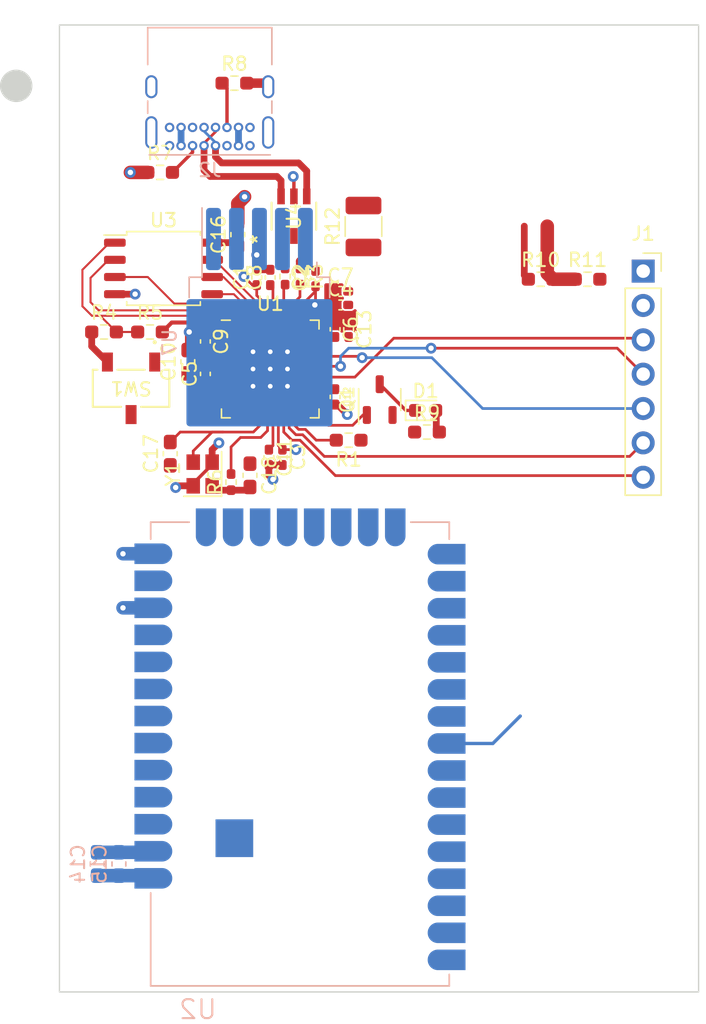
<source format=kicad_pcb>
(kicad_pcb (version 20221018) (generator pcbnew)
  (layers (0 "F.Cu" signal) (1 "In1.Cu" signal) (2 "In2.Cu" signal) (31 "B.Cu" signal) (34 "B.Paste" user) (35 "F.Paste" user) (36 "B.SilkS" user "B.Silkscreen") (37 "F.SilkS" user "F.Silkscreen") (38 "B.Mask" user) (39 "F.Mask" user) (44 "Edge.Cuts" user))
  (net 0 "")
  (net 1 "GND")
  (net 2 "+1V1")
  (net 3 "+3V3")
  (net 4 "/XIN")
  (net 5 "Net-(C18-Pad2)")
  (net 6 "VBUS")
  (net 7 "Net-(D1-K)")
  (net 8 "Net-(D1-A)")
  (net 9 "/XBEE_DTR")
  (net 10 "/XBEE_RTS")
  (net 11 "/XBEE_DIN")
  (net 12 "/XBEE_DOUT")
  (net 13 "/RP_SWD")
  (net 14 "/RP_SWCLK")
  (net 15 "Net-(J2-CC1)")
  (net 16 "Net-(J2-D+-PadA6)")
  (net 17 "Net-(J2-D--PadA7)")
  (net 19 "Net-(J2-CC2)")
  (net 21 "/LED")
  (net 22 "/D+")
  (net 23 "Net-(U1-USB_DP)")
  (net 24 "/D-")
  (net 25 "Net-(U1-USB_DM)")
  (net 26 "Net-(SW1-B)")
  (net 27 "/QSPI_SS")
  (net 28 "/XOUT")
  (net 59 "/QSPI_SD3")
  (net 60 "/QSPI_SCLK")
  (net 61 "/QSPI_SD0")
  (net 62 "/QSPI_SD2")
  (net 63 "/QSPI_SD1")
  (net 79 "Net-(U1-RUN)")
  (net 80 "/XBEE_PRO_RTS")
  (net 81 "/XBEE_PRO_DTR")
  (net 82 "/XBEE_PRO_DIN")
  (net 83 "/XBEE_PRO_DOUT")
  (net 84 "Net-(U7-ADJ)")
  (footprint "Package_TO_SOT_SMD:SOT-23-3" (layer "F.Cu") (at 119.2 97.2 90)
    (fp_text reference "Q1")
    (fp_text value "Q_NMOS_GSD")
  )
  (footprint "Capacitor_SMD:C_0402_1005Metric_Pad0.74x0.62mm_HandSolder" (layer "F.Cu") (at 114.45 88.25 90)
    (fp_text reference "C2")
    (fp_text value "100nF")
  )
  (footprint "Capacitor_SMD:C_0402_1005Metric_Pad0.74x0.62mm_HandSolder" (layer "F.Cu") (at 112 101.4675 -90)
    (fp_text reference "C3")
    (fp_text value "1uF")
  )
  (footprint "BITSv5:CAS-120TB_NDC-M" (layer "F.Cu") (at 100.8 96.3651 180)
    (fp_text reference "SW1")
    (fp_text value "~")
  )
  (footprint "Resistor_SMD:R_0603_1608Metric_Pad0.98x0.95mm_HandSolder" (layer "F.Cu") (at 131.1125 88.3)
    (fp_text reference "R10")
    (fp_text value "166k")
  )
  (footprint "Resistor_SMD:R_0603_1608Metric_Pad0.98x0.95mm_HandSolder" (layer "F.Cu") (at 102.95 80.4)
    (fp_text reference "R7")
    (fp_text value "5.1K")
  )
  (footprint "Connector_PinSocket_2.54mm:PinSocket_1x07_P2.54mm_Vertical" (layer "F.Cu") (at 138.7 87.7)
    (fp_text reference "J1")
    (fp_text value "Conn_01x07")
  )
  (footprint "Capacitor_SMD:C_0402_1005Metric_Pad0.74x0.62mm_HandSolder" (layer "F.Cu") (at 106.3 92.9 -90)
    (fp_text reference "C9")
    (fp_text value "100nF")
  )
  (footprint "Capacitor_SMD:C_0402_1005Metric_Pad0.74x0.62mm_HandSolder" (layer "F.Cu") (at 116.9 92 -90)
    (fp_text reference "C13")
    (fp_text value "100nF")
  )
  (footprint "BITSv5:RP2040-QFN-56" (layer "F.Cu") (at 111.1 94.9375)
    (fp_text reference "U1")
    (fp_text value "MCU_RaspberryPi_RP2040_RP2040")
  )
  (footprint "Resistor_SMD:R_0402_1005Metric_Pad0.72x0.64mm_HandSolder" (layer "F.Cu") (at 113.3 88.1 -90)
    (fp_text reference "R3")
    (fp_text value "27Ω")
  )
  (footprint "Resistor_SMD:R_0603_1608Metric_Pad0.98x0.95mm_HandSolder" (layer "F.Cu") (at 108.45 73.8)
    (fp_text reference "R8")
    (fp_text value "5.1K")
  )
  (footprint "Crystal:Crystal_SMD_2520-4Pin_2.5x2.0mm" (layer "F.Cu") (at 106.1 102.7 90)
    (fp_text reference "Y1")
    (fp_text value "12MHz")
  )
  (footprint "Capacitor_SMD:C_0603_1608Metric_Pad1.08x0.95mm_HandSolder" (layer "F.Cu") (at 103.7 101.2 90)
    (fp_text reference "C17")
    (fp_text value "10pF")
  )
  (footprint "Capacitor_SMD:C_0402_1005Metric_Pad0.74x0.62mm_HandSolder" (layer "F.Cu") (at 111 101.4675 -90)
    (fp_text reference "C11")
    (fp_text value "100nF")
  )
  (footprint "Resistor_SMD:R_1210_3225Metric_Pad1.30x2.65mm_HandSolder" (layer "F.Cu") (at 118 84.4 90)
    (fp_text reference "R12")
    (fp_text value "330")
  )
  (footprint "Resistor_SMD:R_0603_1608Metric_Pad0.98x0.95mm_HandSolder" (layer "F.Cu") (at 102.2 92.2)
    (fp_text reference "R5")
    (fp_text value "10K")
  )
  (footprint "Package_SO:SOIC-8_5.23x5.23mm_P1.27mm" (layer "F.Cu") (at 103.2 87.5)
    (fp_text reference "U3")
    (fp_text value "W25Q128JVS")
  )
  (footprint "BITSv5:SOT23-6L_STM-M" (layer "F.Cu") (at 112.849999 83.637549 90)
    (fp_text reference "U4")
    (fp_text value "USBLC6-2SC6")
  )
  (footprint "Resistor_SMD:R_0603_1608Metric_Pad0.98x0.95mm_HandSolder" (layer "F.Cu") (at 134.58 88.3)
    (fp_text reference "R11")
    (fp_text value "100k")
  )
  (footprint "Capacitor_SMD:C_0402_1005Metric_Pad0.74x0.62mm_HandSolder" (layer "F.Cu") (at 106.3 95.3 90)
    (fp_text reference "C5")
    (fp_text value "100nF")
  )
  (footprint "Resistor_SMD:R_0402_1005Metric_Pad0.72x0.64mm_HandSolder" (layer "F.Cu") (at 112.2 88.1 -90)
    (fp_text reference "R2")
    (fp_text value "27Ω")
  )
  (footprint "Capacitor_SMD:C_0402_1005Metric_Pad0.74x0.62mm_HandSolder" (layer "F.Cu") (at 115.9 92 -90)
    (fp_text reference "C6")
    (fp_text value "100nF")
  )
  (footprint "LED_SMD:LED_0603_1608Metric" (layer "F.Cu") (at 122.6 98)
    (fp_text reference "D1")
    (fp_text value "LED")
  )
  (footprint "Capacitor_SMD:C_0402_1005Metric_Pad0.74x0.62mm_HandSolder" (layer "F.Cu") (at 116.3 89.2)
    (fp_text reference "C7")
    (fp_text value "100nF")
  )
  (footprint "Capacitor_SMD:C_0402_1005Metric_Pad0.74x0.62mm_HandSolder" (layer "F.Cu") (at 110.1 88.1675 90)
    (fp_text reference "C1")
    (fp_text value "100nF")
  )
  (footprint "Capacitor_SMD:C_0402_1005Metric_Pad0.74x0.62mm_HandSolder" (layer "F.Cu") (at 115.9 97 -90)
    (fp_text reference "C12")
    (fp_text value "100nF")
  )
  (footprint "Resistor_SMD:R_0603_1608Metric_Pad0.98x0.95mm_HandSolder" (layer "F.Cu") (at 116.9 100.2 180)
    (fp_text reference "R1")
    (fp_text value "10K")
  )
  (footprint "Capacitor_SMD:C_0603_1608Metric_Pad1.08x0.95mm_HandSolder" (layer "F.Cu") (at 105 94.4 90)
    (fp_text reference "C10")
    (fp_text value "10uF")
  )
  (footprint "Resistor_SMD:R_0603_1608Metric_Pad0.98x0.95mm_HandSolder" (layer "F.Cu") (at 98.8 92.2)
    (fp_text reference "R4")
    (fp_text value "1K")
  )
  (footprint "Resistor_SMD:R_0402_1005Metric_Pad0.72x0.64mm_HandSolder" (layer "F.Cu") (at 108.2 103.3 90)
    (fp_text reference "R6")
    (fp_text value "1K")
  )
  (footprint "Capacitor_SMD:C_0603_1608Metric_Pad1.08x0.95mm_HandSolder" (layer "F.Cu") (at 109.6 102.8 -90)
    (fp_text reference "C18")
    (fp_text value "10pF")
  )
  (footprint "Capacitor_SMD:C_0603_1608Metric_Pad1.08x0.95mm_HandSolder" (layer "F.Cu") (at 108.7 85 90)
    (fp_text reference "C16")
    (fp_text value "100nF")
  )
  (footprint "Capacitor_SMD:C_0402_1005Metric_Pad0.74x0.62mm_HandSolder" (layer "F.Cu") (at 111.1 88.1675 90)
    (fp_text reference "C8")
    (fp_text value "100nF")
  )
  (footprint "Capacitor_SMD:C_0402_1005Metric_Pad0.74x0.62mm_HandSolder" (layer "F.Cu") (at 116.3 90.2)
    (fp_text reference "C4")
    (fp_text value "1uF")
  )
  (footprint "Resistor_SMD:R_0603_1608Metric_Pad0.98x0.95mm_HandSolder" (layer "F.Cu") (at 122.7 99.6)
    (fp_text reference "R9")
    (fp_text value "470")
  )
  (footprint "Connector_USB:USB_C_Receptacle_GCT_USB4085" (layer "B.Cu") (at 103.65 78.425)
    (fp_text reference "J2")
    (fp_text value "USB_C_Receptacle_USB2.0")
  )
  (footprint "Capacitor_SMD:C_0603_1608Metric_Pad1.08x0.95mm_HandSolder" (layer "B.Cu") (at 99.9 131.5375 -90)
    (fp_text reference "C15")
    (fp_text value "100pF")
  )
  (footprint "Capacitor_SMD:C_0603_1608Metric_Pad1.08x0.95mm_HandSolder" (layer "B.Cu") (at 98.3 131.5375 -90)
    (fp_text reference "C14")
    (fp_text value "1uF")
  )
  (footprint "BITSv5:XCVR_XBP9X-DMUS-001" (layer "B.Cu") (at 113.3 123.4075)
    (fp_text reference "U2")
    (fp_text value "XBee_SMT")
  )
  (footprint "Package_TO_SOT_SMD:TO-263-5_TabPin3" (layer "B.Cu") (at 110.3 92.975 -90)
    (fp_text reference "U7")
    (fp_text value "MIC29302WU")
  )
  (gr_circle (center 92.3 74) (end 93.45 74) (stroke (width 0.1)) (fill solid) (layer "Edge.Cuts"))
  (gr_rect (start 95.5 69.5) (end 142.8 141) (stroke (width 0.1)) (fill none) (layer "Edge.Cuts"))
  (segment (start 116.0675 97.5675) (end 116.8 98.3) (width 0.5) (layer "F.Cu") (net 1))
  (segment (start 101.095 89.405) (end 101.1 89.4) (width 0.25) (layer "F.Cu") (net 1))
  (segment (start 110.1 95.9375) (end 111.1 94.9375) (width 0.25) (layer "F.Cu") (net 1))
  (segment (start 106.8 102) (end 106.8 101.825) (width 0.25) (layer "F.Cu") (net 1))
  (segment (start 105 93.5375) (end 105.1 93.4375) (width 0.62) (layer "F.Cu") (net 1))
  (segment (start 106.8 101.825) (end 106.8 100.9) (width 0.5) (layer "F.Cu") (net 1))
  (segment (start 104.1 103.7) (end 104.225 103.575) (width 0.5) (layer "F.Cu") (net 1))
  (segment (start 108.7 84.1375) (end 108.7 82.7) (width 1) (layer "F.Cu") (net 1))
  (segment (start 110.1 98.375) (end 110.1 95.9375) (width 0.2) (layer "F.Cu") (net 1))
  (segment (start 110.1 87.6) (end 110.1 86.5) (width 0.25) (layer "F.Cu") (net 1))
  (segment (start 105.4 103.575) (end 105.4 103.4) (width 0.25) (layer "F.Cu") (net 1))
  (segment (start 105.1 93.4375) (end 105.1 92.2) (width 0.62) (layer "F.Cu") (net 1))
  (segment (start 104.225 103.575) (end 105.4 103.575) (width 0.5) (layer "F.Cu") (net 1))
  (segment (start 111.1 87.6) (end 110.1 87.6) (width 0.5) (layer "F.Cu") (net 1))
  (segment (start 111 102.8) (end 111.3 103.1) (width 0.5) (layer "F.Cu") (net 1))
  (segment (start 106.3 94.7325) (end 106.3 93.4675) (width 0.62) (layer "F.Cu") (net 1))
  (segment (start 108.7 82.7) (end 109.2 82.2) (width 1) (layer "F.Cu") (net 1))
  (segment (start 111 102.035) (end 111 102.8) (width 0.5) (layer "F.Cu") (net 1))
  (segment (start 106.8 100.9) (end 107.3 100.4) (width 0.5) (layer "F.Cu") (net 1))
  (segment (start 111 102.035) (end 112 102.035) (width 0.5) (layer "F.Cu") (net 1))
  (segment (start 109.3625 73.8) (end 110.685 73.8) (width 0.7) (layer "F.Cu") (net 1))
  (segment (start 105.07 93.4675) (end 105 93.5375) (width 0.62) (layer "F.Cu") (net 1))
  (segment (start 115.9 97.5675) (end 116.0675 97.5675) (width 0.5) (layer "F.Cu") (net 1))
  (segment (start 106.3 93.4675) (end 105.07 93.4675) (width 0.62) (layer "F.Cu") (net 1))
  (segment (start 110.685 73.8) (end 110.95 74.065) (width 0.7) (layer "F.Cu") (net 1))
  (segment (start 105.4 103.4) (end 106.8 102) (width 0.25) (layer "F.Cu") (net 1))
  (segment (start 99.6 89.405) (end 101.095 89.405) (width 0.5) (layer "F.Cu") (net 1))
  (segment (start 102.0375 80.4) (end 100.75 80.4) (width 1) (layer "F.Cu") (net 1))
  (via (at 100.2 108.6) (size 0.8) (drill 0.4) (layers "F.Cu" "B.Cu") (net 1))
  (via (at 109.2 82.2) (size 0.8) (drill 0.4) (layers "F.Cu" "B.Cu") (net 1))
  (via (at 105.1 92.2) (size 0.8) (drill 0.4) (layers "F.Cu" "B.Cu") (net 1))
  (via (at 101.1 89.4) (size 0.8) (drill 0.4) (layers "F.Cu" "B.Cu") (net 1))
  (via (at 107.3 100.4) (size 0.8) (drill 0.4) (layers "F.Cu" "B.Cu") (net 1))
  (via (at 110.1 86.5) (size 0.8) (drill 0.4) (layers "F.Cu" "B.Cu") (net 1))
  (via (at 111.3 103.1) (size 0.8) (drill 0.4) (layers "F.Cu" "B.Cu") (net 1))
  (via (at 100.2 112.6) (size 0.8) (drill 0.4) (layers "F.Cu" "B.Cu") (net 1))
  (via (at 116.8 98.3) (size 0.8) (drill 0.4) (layers "F.Cu" "B.Cu") (net 1))
  (via (at 104.1 103.7) (size 0.8) (drill 0.4) (layers "F.Cu" "B.Cu") (net 1))
  (via (at 100.75 80.4) (size 0.8) (drill 0.4) (layers "F.Cu" "B.Cu") (net 1))
  (segment (start 98.3 132.4) (end 101.8725 132.4) (width 1) (layer "B.Cu") (net 1))
  (segment (start 100.2025 112.5975) (end 100.2 112.6) (width 0.25) (layer "B.Cu") (net 1))
  (segment (start 101.8725 132.4) (end 102.07 132.5975) (width 1) (layer "B.Cu") (net 1))
  (segment (start 102.07 112.5975) (end 100.2025 112.5975) (width 1) (layer "B.Cu") (net 1))
  (segment (start 102.07 108.5975) (end 100.2025 108.5975) (width 1) (layer "B.Cu") (net 1))
  (segment (start 100.2025 108.5975) (end 100.2 108.6) (width 0.25) (layer "B.Cu") (net 1))
  (segment (start 109.785 88.735) (end 109.15 88.1) (width 0.2) (layer "F.Cu") (net 2))
  (segment (start 112 100.9) (end 111.7 100.6) (width 0.2) (layer "F.Cu") (net 2))
  (segment (start 114.45 88.8175) (end 114.45 90.15) (width 0.2) (layer "F.Cu") (net 2))
  (segment (start 114.45 90.15) (end 114.4 90.2) (width 0.2) (layer "F.Cu") (net 2))
  (segment (start 110.1 89.5) (end 110.9 90.3) (width 0.2) (layer "F.Cu") (net 2))
  (segment (start 112 100.9) (end 113 100.9) (width 0.2) (layer "F.Cu") (net 2))
  (segment (start 114.45 89.185) (end 114.45 88.8175) (width 0.2) (layer "F.Cu") (net 2))
  (segment (start 111.7 100.6) (end 111.7 98.375) (width 0.2) (layer "F.Cu") (net 2))
  (segment (start 110.1 88.735) (end 109.785 88.735) (width 0.2) (layer "F.Cu") (net 2))
  (segment (start 110.9 90.3) (end 110.9 91.5) (width 0.2) (layer "F.Cu") (net 2))
  (segment (start 112.9 91.5) (end 112.9 90.735) (width 0.2) (layer "F.Cu") (net 2))
  (segment (start 110.1 88.735) (end 110.1 89.5) (width 0.2) (layer "F.Cu") (net 2))
  (segment (start 112.9 90.735) (end 114.45 89.185) (width 0.2) (layer "F.Cu") (net 2))
  (via (at 114.4 90.2) (size 0.8) (drill 0.4) (layers "F.Cu" "B.Cu") (net 2))
  (via (at 109.15 88.1) (size 0.8) (drill 0.4) (layers "F.Cu" "B.Cu") (net 2))
  (via (at 113 100.9) (size 0.8) (drill 0.4) (layers "F.Cu" "B.Cu") (net 2))
  (segment (start 114.5375 95.9375) (end 113.8375 95.9375) (width 0.2) (layer "F.Cu") (net 3))
  (segment (start 113.7 92.4375) (end 113.8 92.3375) (width 0.2) (layer "F.Cu") (net 3))
  (segment (start 106.8 85.595) (end 108.4325 85.595) (width 0.5) (layer "F.Cu") (net 3))
  (segment (start 112.0625 92.3375) (end 112.5 92.3375) (width 0.2) (layer "F.Cu") (net 3))
  (segment (start 112.0625 92.3375) (end 111.7 91.975) (width 0.2) (layer "F.Cu") (net 3))
  (segment (start 115.405 95.9375) (end 115.9 96.4325) (width 0.2) (layer "F.Cu") (net 3))
  (segment (start 114.5375 95.9375) (end 115.405 95.9375) (width 0.2) (layer "F.Cu") (net 3))
  (segment (start 112.5 92.3375) (end 113.8 92.3375) (width 0.2) (layer "F.Cu") (net 3))
  (segment (start 129.9 88) (end 130.2 88.3) (width 0.5) (layer "F.Cu") (net 3))
  (segment (start 111.7 91.975) (end 111.7 91.5) (width 0.2) (layer "F.Cu") (net 3))
  (segment (start 105.8 91.5) (end 103.8125 91.5) (width 0.3) (layer "F.Cu") (net 3))
  (segment (start 111.3 88.935) (end 111.1 88.735) (width 0.2) (layer "F.Cu") (net 3))
  (segment (start 107.6625 92.3375) (end 106.305 92.3375) (width 0.2) (layer "F.Cu") (net 3))
  (segment (start 111.3 91.5) (end 111.3 92.0375) (width 0.2) (layer "F.Cu") (net 3))
  (segment (start 113.8 92.3375) (end 114.5375 92.3375) (width 0.2) (layer "F.Cu") (net 3))
  (segment (start 111.3 91.5) (end 111.7 91.5) (width 0.1) (layer "F.Cu") (net 3))
  (segment (start 103.8125 91.5) (end 103.1125 92.2) (width 0.3) (layer "F.Cu") (net 3))
  (segment (start 108.4325 85.595) (end 108.7 85.8625) (width 0.5) (layer "F.Cu") (net 3))
  (segment (start 113.8375 95.9375) (end 113.7 95.8) (width 0.2) (layer "F.Cu") (net 3))
  (segment (start 106.3 92.3325) (end 106.3 92) (width 0.5) (layer "F.Cu") (net 3))
  (segment (start 106.305 92.3375) (end 106.3 92.3325) (width 0.1) (layer "F.Cu") (net 3))
  (segment (start 111.3 98.375) (end 111.3 100.6) (width 0.2) (layer "F.Cu") (net 3))
  (segment (start 113.7 95.8) (end 113.7 92.4375) (width 0.2) (layer "F.Cu") (net 3))
  (segment (start 105.605 95.8675) (end 106.3 95.8675) (width 0.5) (layer "F.Cu") (net 3))
  (segment (start 111.3 100.6) (end 111 100.9) (width 0.2) (layer "F.Cu") (net 3))
  (segment (start 129.9 84.375) (end 129.9 88) (width 0.5) (layer "F.Cu") (net 3))
  (segment (start 106.37 95.9375) (end 107.6625 95.9375) (width 0.2) (layer "F.Cu") (net 3))
  (segment (start 111.3 91.5) (end 111.3 88.935) (width 0.2) (layer "F.Cu") (net 3))
  (segment (start 111.6 92.3375) (end 112.5 92.3375) (width 0.2) (layer "F.Cu") (net 3))
  (segment (start 106.3 92) (end 105.8 91.5) (width 0.3) (layer "F.Cu") (net 3))
  (segment (start 111.3 92.0375) (end 111.6 92.3375) (width 0.2) (layer "F.Cu") (net 3))
  (segment (start 106.3 95.8675) (end 106.37 95.9375) (width 0.1) (layer "F.Cu") (net 3))
  (segment (start 107.6625 92.3375) (end 111.6 92.3375) (width 0.2) (layer "F.Cu") (net 3))
  (segment (start 105 95.2625) (end 105.605 95.8675) (width 0.5) (layer "F.Cu") (net 3))
  (segment (start 98.3 130.675) (end 101.9925 130.675) (width 1) (layer "B.Cu") (net 3))
  (segment (start 101.9925 130.675) (end 102.07 130.5975) (width 1) (layer "B.Cu") (net 3))
  (segment (start 105.4 101.825) (end 105.4 101) (width 0.2) (layer "F.Cu") (net 4))
  (segment (start 104.4375 99.6) (end 107.6 99.6) (width 0.2) (layer "F.Cu") (net 4))
  (segment (start 107.6 99.6) (end 109.85 99.6) (width 0.2) (layer "F.Cu") (net 4))
  (segment (start 103.7 100.3375) (end 104.4375 99.6) (width 0.2) (layer "F.Cu") (net 4))
  (segment (start 105.4 101) (end 106.8 99.6) (width 0.2) (layer "F.Cu") (net 4))
  (segment (start 109.85 99.6) (end 110.5 98.95) (width 0.2) (layer "F.Cu") (net 4))
  (segment (start 110.5 98.95) (end 110.5 98.375) (width 0.2) (layer "F.Cu") (net 4))
  (segment (start 106.8 99.6) (end 107.6 99.6) (width 0.2) (layer "F.Cu") (net 4))
  (segment (start 109.365 103.8975) (end 109.6 103.6625) (width 0.5) (layer "F.Cu") (net 5))
  (segment (start 106.8 103.575) (end 107.1225 103.8975) (width 0.5) (layer "F.Cu") (net 5))
  (segment (start 107.1225 103.8975) (end 108.2 103.8975) (width 0.5) (layer "F.Cu") (net 5))
  (segment (start 108.2 103.8975) (end 109.365 103.8975) (width 0.5) (layer "F.Cu") (net 5))
  (segment (start 112.849999 82.175098) (end 112.849999 80.749999) (width 0.25) (layer "F.Cu") (net 6))
  (segment (start 112.849999 80.749999) (end 112.8 80.7) (width 0.25) (layer "F.Cu") (net 6))
  (via (at 112.8 80.7) (size 0.8) (drill 0.4) (layers "F.Cu" "B.Cu") (net 6))
  (segment (start 104.5 78.425) (end 104.5 77.075) (width 0.5) (layer "B.Cu") (net 6))
  (segment (start 108.75 77.075) (end 108.75 78.425) (width 0.5) (layer "B.Cu") (net 6))
  (segment (start 121.8125 98) (end 121.1375 98) (width 0.25) (layer "F.Cu") (net 7))
  (segment (start 121.1375 98) (end 119.2 96.0625) (width 0.25) (layer "F.Cu") (net 7))
  (segment (start 123.3875 99.375) (end 123.3875 98) (width 0.5) (layer "F.Cu") (net 8))
  (segment (start 123.6125 99.6) (end 123.3875 99.375) (width 0.5) (layer "F.Cu") (net 8))
  (segment (start 138.58 92.66) (end 120.24 92.66) (width 0.2) (layer "F.Cu") (net 10))
  (segment (start 117.3625 95.5375) (end 115.8 95.5375) (width 0.2) (layer "F.Cu") (net 10))
  (segment (start 120.24 92.66) (end 117.3625 95.5375) (width 0.2) (layer "F.Cu") (net 10))
  (segment (start 114.5375 95.5375) (end 115.8 95.5375) (width 0.2) (layer "F.Cu") (net 10))
  (segment (start 115.8 95.5375) (end 115.8625 95.5375) (width 0.2) (layer "F.Cu") (net 10))
  (segment (start 138.7 92.78) (end 138.58 92.66) (width 0.2) (layer "F.Cu") (net 10))
  (segment (start 136.78 93.4) (end 138.7 95.32) (width 0.2) (layer "F.Cu") (net 11))
  (segment (start 123 93.4) (end 136.78 93.4) (width 0.2) (layer "F.Cu") (net 11))
  (segment (start 114.5375 94.7375) (end 116.3 94.7375) (width 0.2) (layer "F.Cu") (net 11))
  (via (at 116.3 94.7375) (size 0.8) (drill 0.4) (layers "F.Cu" "B.Cu") (net 11))
  (via (at 123 93.4) (size 0.8) (drill 0.4) (layers "F.Cu" "B.Cu") (net 11))
  (segment (start 123 93.4) (end 116.9 93.4) (width 0.2) (layer "B.Cu") (net 11))
  (segment (start 116.9 93.4) (end 116.3 94) (width 0.2) (layer "B.Cu") (net 11))
  (segment (start 116.3 94) (end 116.3 94.7375) (width 0.2) (layer "B.Cu") (net 11))
  (segment (start 115.1625 94.3375) (end 115.5 94) (width 0.2) (layer "F.Cu") (net 12))
  (segment (start 114.5375 94.3375) (end 115.1625 94.3375) (width 0.2) (layer "F.Cu") (net 12))
  (segment (start 115.5 94) (end 117.8 94) (width 0.2) (layer "F.Cu") (net 12))
  (segment (start 117.8 94) (end 117.9 94.1) (width 0.25) (layer "F.Cu") (net 12))
  (via (at 117.9 94.1) (size 0.8) (drill 0.4) (layers "F.Cu" "B.Cu") (net 12))
  (segment (start 117.9 94.1) (end 123.06 94.1) (width 0.2) (layer "B.Cu") (net 12))
  (segment (start 126.82 97.86) (end 138.7 97.86) (width 0.2) (layer "B.Cu") (net 12))
  (segment (start 123.06 94.1) (end 126.82 97.86) (width 0.2) (layer "B.Cu") (net 12))
  (segment (start 112.5 98.375) (end 112.5 99.3) (width 0.2) (layer "F.Cu") (net 13))
  (segment (start 115.1 101.4) (end 137.7 101.4) (width 0.2) (layer "F.Cu") (net 13))
  (segment (start 137.7 101.4) (end 138.7 100.4) (width 0.2) (layer "F.Cu") (net 13))
  (segment (start 113.5 99.8) (end 115.1 101.4) (width 0.2) (layer "F.Cu") (net 13))
  (segment (start 113 99.8) (end 113.5 99.8) (width 0.2) (layer "F.Cu") (net 13))
  (segment (start 112.5 99.3) (end 113 99.8) (width 0.2) (layer "F.Cu") (net 13))
  (segment (start 115.92 102.82) (end 138.58 102.82) (width 0.2) (layer "F.Cu") (net 14))
  (segment (start 138.58 102.82) (end 138.7 102.94) (width 0.2) (layer "F.Cu") (net 14))
  (segment (start 112.1 99.6) (end 112.7 100.2) (width 0.2) (layer "F.Cu") (net 14))
  (segment (start 112.1 98.375) (end 112.1 99.6) (width 0.2) (layer "F.Cu") (net 14))
  (segment (start 113.3 100.2) (end 115.92 102.82) (width 0.2) (layer "F.Cu") (net 14))
  (segment (start 112.7 100.2) (end 113.3 100.2) (width 0.2) (layer "F.Cu") (net 14))
  (segment (start 105.35 78.9125) (end 105.35 78.425) (width 0.25) (layer "F.Cu") (net 15))
  (segment (start 103.8625 80.4) (end 105.35 78.9125) (width 0.25) (layer "F.Cu") (net 15))
  (segment (start 111.899998 80.999998) (end 111.899998 82.175098) (width 0.5) (layer "F.Cu") (net 16))
  (segment (start 106.2 78.425) (end 106.2 78.246866) (width 0.2) (layer "F.Cu") (net 16))
  (segment (start 106.65 80.7) (end 111.6 80.7) (width 0.5) (layer "F.Cu") (net 16))
  (segment (start 107.05 77.396866) (end 107.05 77.075) (width 0.2) (layer "F.Cu") (net 16))
  (segment (start 111.6 80.7) (end 111.899998 80.999998) (width 0.5) (layer "F.Cu") (net 16))
  (segment (start 106.2 80.25) (end 106.2 78.425) (width 0.5) (layer "F.Cu") (net 16))
  (segment (start 106.2 80.25) (end 106.65 80.7) (width 0.5) (layer "F.Cu") (net 16))
  (segment (start 106.2 78.246866) (end 107.05 77.396866) (width 0.2) (layer "F.Cu") (net 16))
  (segment (start 113.2 79.7) (end 113.8 80.3) (width 0.5) (layer "F.Cu") (net 17))
  (segment (start 107.05 79.25) (end 107.5 79.7) (width 0.5) (layer "F.Cu") (net 17))
  (segment (start 107.5 79.7) (end 113.2 79.7) (width 0.5) (layer "F.Cu") (net 17))
  (segment (start 107.05 78.425) (end 107.05 79.25) (width 0.5) (layer "F.Cu") (net 17))
  (segment (start 113.8 80.3) (end 113.8 82.175098) (width 0.5) (layer "F.Cu") (net 17))
  (segment (start 107.05 78.2) (end 107.05 78.425) (width 0.2) (layer "B.Cu") (net 17))
  (segment (start 106.2 77.075) (end 106.2 77.35) (width 0.2) (layer "B.Cu") (net 17))
  (segment (start 106.2 77.35) (end 107.05 78.2) (width 0.2) (layer "B.Cu") (net 17))
  (segment (start 107.9 77.075) (end 107.9 74.1625) (width 0.25) (layer "F.Cu") (net 19))
  (segment (start 107.9 74.1625) (end 107.5375 73.8) (width 0.25) (layer "F.Cu") (net 19))
  (segment (start 114.5375 98.2375) (end 115.4 99.1) (width 0.2) (layer "F.Cu") (net 21))
  (segment (start 117.9625 98.3375) (end 118.25 98.3375) (width 0.2) (layer "F.Cu") (net 21))
  (segment (start 115.4 99.1) (end 117.2 99.1) (width 0.2) (layer "F.Cu") (net 21))
  (segment (start 114.5375 97.5375) (end 114.5375 98.2375) (width 0.2) (layer "F.Cu") (net 21))
  (segment (start 117.2 99.1) (end 117.9625 98.3375) (width 0.2) (layer "F.Cu") (net 21))
  (segment (start 111.9 86.666249) (end 111.9 86.565725) (width 0.6) (layer "F.Cu") (net 22))
  (segment (start 112.2 87.5025) (end 112.2 86.966249) (width 0.6) (layer "F.Cu") (net 22))
  (segment (start 112.2 86.966249) (end 111.9 86.666249) (width 0.6) (layer "F.Cu") (net 22))
  (segment (start 111.9 86.565725) (end 111.899998 86.565723) (width 0.6) (layer "F.Cu") (net 22))
  (segment (start 111.899998 86.565723) (end 111.899998 85.1) (width 0.6) (layer "F.Cu") (net 22))
  (segment (start 112.1 88.7975) (end 112.2 88.6975) (width 0.25) (layer "F.Cu") (net 23))
  (segment (start 112.1 91.5) (end 112.1 88.7975) (width 0.2) (layer "F.Cu") (net 23))
  (segment (start 113.8 86.466249) (end 113.8 85.1) (width 0.6) (layer "F.Cu") (net 24))
  (segment (start 113.3 87.5025) (end 113.3 86.966249) (width 0.6) (layer "F.Cu") (net 24))
  (segment (start 113.3 86.966249) (end 113.8 86.466249) (width 0.6) (layer "F.Cu") (net 24))
  (segment (start 112.5 90.4) (end 113.3 89.6) (width 0.2) (layer "F.Cu") (net 25))
  (segment (start 113.3 89.6) (end 113.3 88.6975) (width 0.2) (layer "F.Cu") (net 25))
  (segment (start 112.5 91.5) (end 112.5 90.4) (width 0.2) (layer "F.Cu") (net 25))
  (segment (start 97.8875 93.260302) (end 99.049998 94.4228) (width 0.5) (layer "F.Cu") (net 26))
  (segment (start 97.8875 92.2) (end 97.8875 93.260302) (width 0.5) (layer "F.Cu") (net 26))
  (segment (start 97.9 91) (end 97.2 90.3) (width 0.15) (layer "F.Cu") (net 27))
  (segment (start 97.9 91) (end 98.5125 91) (width 0.15) (layer "F.Cu") (net 27))
  (segment (start 99.7125 92.2) (end 101.2875 92.2) (width 0.15) (layer "F.Cu") (net 27))
  (segment (start 97.2 90.3) (end 97.2 87.6) (width 0.15) (layer "F.Cu") (net 27))
  (segment (start 97.2 87.6) (end 99.205 85.595) (width 0.15) (layer "F.Cu") (net 27))
  (segment (start 99.205 85.595) (end 99.6 85.595) (width 0.15) (layer "F.Cu") (net 27))
  (segment (start 108 91) (end 97.9 91) (width 0.15) (layer "F.Cu") (net 27))
  (segment (start 98.5125 91) (end 99.7125 92.2) (width 0.15) (layer "F.Cu") (net 27))
  (segment (start 108.5 91.5) (end 108 91) (width 0.15) (layer "F.Cu") (net 27))
  (segment (start 110.4 100) (end 110.9 99.5) (width 0.2) (layer "F.Cu") (net 28))
  (segment (start 108.9 100) (end 110.4 100) (width 0.2) (layer "F.Cu") (net 28))
  (segment (start 108.2 100.7) (end 108.9 100) (width 0.2) (layer "F.Cu") (net 28))
  (segment (start 110.9 99.5) (end 110.9 98.8) (width 0.2) (layer "F.Cu") (net 28))
  (segment (start 110.9 98.375) (end 110.9 98.8) (width 0.2) (layer "F.Cu") (net 28))
  (segment (start 108.2 100.7) (end 108.2 102.7025) (width 0.2) (layer "F.Cu") (net 28))
  (segment (start 110.5 90.4) (end 106.965 86.865) (width 0.15) (layer "F.Cu") (net 59))
  (segment (start 110.5 91.5) (end 110.5 90.4) (width 0.15) (layer "F.Cu") (net 59))
  (segment (start 106.965 86.865) (end 106.8 86.865) (width 0.15) (layer "F.Cu") (net 59))
  (segment (start 110.1 90.6) (end 110.1 91.5) (width 0.15) (layer "F.Cu") (net 60))
  (segment (start 107.635 88.135) (end 110.1 90.6) (width 0.15) (layer "F.Cu") (net 60))
  (segment (start 106.8 88.135) (end 107.635 88.135) (width 0.15) (layer "F.Cu") (net 60))
  (segment (start 108.405 89.405) (end 106.8 89.405) (width 0.15) (layer "F.Cu") (net 61))
  (segment (start 109.7 90.7) (end 108.405 89.405) (width 0.15) (layer "F.Cu") (net 61))
  (segment (start 109.7 91.5) (end 109.7 90.7) (width 0.15) (layer "F.Cu") (net 61))
  (segment (start 108.7 90.1) (end 104 90.1) (width 0.15) (layer "F.Cu") (net 62))
  (segment (start 109.3 90.7) (end 108.7 90.1) (width 0.15) (layer "F.Cu") (net 62))
  (segment (start 109.3 91.5) (end 109.3 90.7) (width 0.15) (layer "F.Cu") (net 62))
  (segment (start 102.035 88.135) (end 99.6 88.135) (width 0.15) (layer "F.Cu") (net 62))
  (segment (start 104 90.1) (end 102.035 88.135) (width 0.15) (layer "F.Cu") (net 62))
  (segment (start 99.135 86.865) (end 99.6 86.865) (width 0.15) (layer "F.Cu") (net 63))
  (segment (start 108.9 90.9) (end 108.6 90.6) (width 0.15) (layer "F.Cu") (net 63))
  (segment (start 97.8 88.2) (end 99.135 86.865) (width 0.15) (layer "F.Cu") (net 63))
  (segment (start 108.6 90.6) (end 98.4 90.6) (width 0.15) (layer "F.Cu") (net 63))
  (segment (start 98.4 90.6) (end 97.8 90) (width 0.15) (layer "F.Cu") (net 63))
  (segment (start 97.8 90) (end 97.8 88.2) (width 0.15) (layer "F.Cu") (net 63))
  (segment (start 108.9 91.5) (end 108.9 90.9) (width 0.15) (layer "F.Cu") (net 63))
  (segment (start 113.2 99.4) (end 113.7 99.4) (width 0.2) (layer "F.Cu") (net 79))
  (segment (start 112.9 98.375) (end 112.9 99.1) (width 0.2) (layer "F.Cu") (net 79))
  (segment (start 113.7 99.4) (end 114.5 100.2) (width 0.2) (layer "F.Cu") (net 79))
  (segment (start 112.9 99.1) (end 113.2 99.4) (width 0.2) (layer "F.Cu") (net 79))
  (segment (start 114.5 100.2) (end 115.9875 100.2) (width 0.2) (layer "F.Cu") (net 79))
  (segment (start 127.5725 122.6275) (end 129.6 120.6) (width 0.25) (layer "B.Cu") (net 80))
  (segment (start 124.53 122.6275) (end 127.5725 122.6275) (width 0.25) (layer "B.Cu") (net 80))
  (segment (start 131.6 87.875) (end 131.6 84.375) (width 1) (layer "F.Cu") (net 84))
  (segment (start 133.6675 88.3) (end 132.025 88.3) (width 1) (layer "F.Cu") (net 84))
  (segment (start 132.025 88.3) (end 131.6 87.875) (width 1) (layer "F.Cu") (net 84))
  (zone (net 3) (net_name "+3V3") (layer "F.Cu") (name "3.3") (connect_pads yes (clearance 0)) (min_thickness 0.25) (fill yes (thermal_gap 0.5) (thermal_bridge_width 0.5))
    (polygon (pts (xy 113.1 92.5) (xy 117.5 92.5) (xy 117.5 88.6) (xy 115.1 88.6) (xy 115.1 90.7) (xy 113.1 90.7)))
  )
)
</source>
